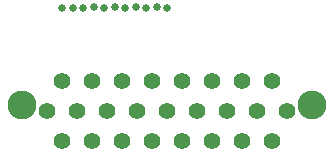
<source format=gbr>
%TF.GenerationSoftware,KiCad,Pcbnew,(5.1.10)-1*%
%TF.CreationDate,2021-10-07T14:53:58-07:00*%
%TF.ProjectId,RC_Filter_Dsub,52435f46-696c-4746-9572-5f447375622e,1*%
%TF.SameCoordinates,Original*%
%TF.FileFunction,Soldermask,Bot*%
%TF.FilePolarity,Negative*%
%FSLAX46Y46*%
G04 Gerber Fmt 4.6, Leading zero omitted, Abs format (unit mm)*
G04 Created by KiCad (PCBNEW (5.1.10)-1) date 2021-10-07 14:53:58*
%MOMM*%
%LPD*%
G01*
G04 APERTURE LIST*
%ADD10C,2.438400*%
%ADD11C,1.397000*%
%ADD12C,0.635000*%
G04 APERTURE END LIST*
D10*
%TO.C,J1*%
X132524500Y-119126000D03*
X157035500Y-119126000D03*
D11*
X153670000Y-117094000D03*
X151130000Y-117094000D03*
X148590000Y-117094000D03*
X146050000Y-117094000D03*
X143510000Y-117094000D03*
X140970000Y-117094000D03*
X138430000Y-117094000D03*
X135890000Y-117094000D03*
X154940000Y-119634000D03*
X152400000Y-119634000D03*
X149860000Y-119634000D03*
X147320000Y-119634000D03*
X144780000Y-119634000D03*
X142240000Y-119634000D03*
X139700000Y-119634000D03*
X137160000Y-119634000D03*
X134620000Y-119634000D03*
X153670000Y-122174000D03*
X151130000Y-122174000D03*
X148590000Y-122174000D03*
X146050000Y-122174000D03*
X143510000Y-122174000D03*
X140970000Y-122174000D03*
X138430000Y-122174000D03*
X135890000Y-122174000D03*
%TD*%
D12*
X135890000Y-110871000D03*
X136779000Y-110871000D03*
X138568231Y-110859769D03*
X140346231Y-110859769D03*
X142124231Y-110859769D03*
X143002000Y-110871000D03*
X143902231Y-110859769D03*
X137668000Y-110871000D03*
X139446000Y-110871000D03*
X141224000Y-110871000D03*
X144780000Y-110871000D03*
M02*

</source>
